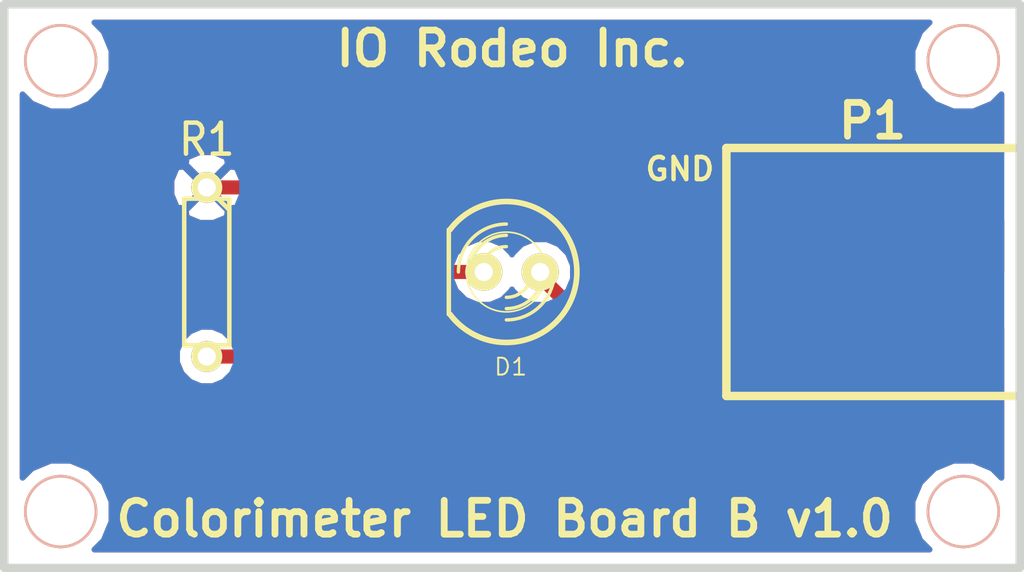
<source format=kicad_pcb>
(kicad_pcb (version 3) (host pcbnew "(2013-feb-26)-testing")

  (general
    (links 3)
    (no_connects 0)
    (area 76.009499 50.609499 122.364501 76.390501)
    (thickness 1.6002)
    (drawings 7)
    (tracks 7)
    (zones 0)
    (modules 7)
    (nets 4)
  )

  (page A4)
  (layers
    (15 Front signal)
    (0 Back signal)
    (16 B.Adhes user)
    (17 F.Adhes user)
    (18 B.Paste user)
    (19 F.Paste user)
    (20 B.SilkS user)
    (21 F.SilkS user)
    (22 B.Mask user)
    (23 F.Mask user)
    (24 Dwgs.User user)
    (25 Cmts.User user)
    (26 Eco1.User user)
    (27 Eco2.User user)
    (28 Edge.Cuts user)
  )

  (setup
    (last_trace_width 0.635)
    (trace_clearance 0.254)
    (zone_clearance 0.508)
    (zone_45_only no)
    (trace_min 0.2032)
    (segment_width 0.381)
    (edge_width 0.381)
    (via_size 0.889)
    (via_drill 0.635)
    (via_min_size 0.889)
    (via_min_drill 0.508)
    (uvia_size 0.508)
    (uvia_drill 0.127)
    (uvias_allowed no)
    (uvia_min_size 0.508)
    (uvia_min_drill 0.127)
    (pcb_text_width 0.3048)
    (pcb_text_size 1.524 2.032)
    (mod_edge_width 0.381)
    (mod_text_size 1.524 1.524)
    (mod_text_width 0.3048)
    (pad_size 1.6764 1.6764)
    (pad_drill 0.8128)
    (pad_to_mask_clearance 0.254)
    (aux_axis_origin 0 0)
    (visible_elements FFFFFFBF)
    (pcbplotparams
      (layerselection 284196865)
      (usegerberextensions true)
      (excludeedgelayer true)
      (linewidth 60)
      (plotframeref false)
      (viasonmask false)
      (mode 1)
      (useauxorigin false)
      (hpglpennumber 1)
      (hpglpenspeed 20)
      (hpglpendiameter 15)
      (hpglpenoverlay 0)
      (psnegative false)
      (psa4output false)
      (plotreference true)
      (plotvalue true)
      (plotothertext true)
      (plotinvisibletext false)
      (padsonsilk false)
      (subtractmaskfromsilk false)
      (outputformat 1)
      (mirror false)
      (drillshape 0)
      (scaleselection 1)
      (outputdirectory ../led_verC/))
  )

  (net 0 "")
  (net 1 /Blue)
  (net 2 GND)
  (net 3 N-000002)

  (net_class Default "This is the default net class."
    (clearance 0.254)
    (trace_width 0.635)
    (via_dia 0.889)
    (via_drill 0.635)
    (uvia_dia 0.508)
    (uvia_drill 0.127)
    (add_net "")
    (add_net /Blue)
    (add_net GND)
    (add_net N-000002)
  )

  (module MOUNT_HOLE_4_40 (layer Front) (tedit 4F036C65) (tstamp 4F036949)
    (at 78.74 53.34)
    (path MOUNT_HOLE_4_40)
    (fp_text reference M1 (at 0 -2.032) (layer F.SilkS) hide
      (effects (font (size 0.254 0.254) (thickness 0.0635)))
    )
    (fp_text value "" (at 0 2.54) (layer F.SilkS) hide
      (effects (font (size 0.254 0.254) (thickness 0.0635)))
    )
    (pad "" thru_hole circle (at 0 0) (size 3.302 3.302) (drill 3.048)
      (layers *.Cu *.SilkS *.Mask)
    )
  )

  (module MOUNT_HOLE_4_40 (layer Front) (tedit 4F036C5E) (tstamp 4F03694F)
    (at 78.74 73.66)
    (path MOUNT_HOLE_4_40)
    (fp_text reference M2 (at 0 -2.032) (layer F.SilkS) hide
      (effects (font (size 0.254 0.254) (thickness 0.0635)))
    )
    (fp_text value "" (at 0 -2.54) (layer F.SilkS) hide
      (effects (font (size 0.254 0.254) (thickness 0.0635)))
    )
    (pad "" thru_hole circle (at 0 0) (size 3.302 3.302) (drill 3.048)
      (layers *.Cu *.SilkS *.Mask)
    )
  )

  (module MOUNT_HOLE_4_40 (layer Front) (tedit 4F036C57) (tstamp 4F036957)
    (at 119.38 73.66)
    (path MOUNT_HOLE_4_40)
    (fp_text reference M3 (at 0 -2.032) (layer F.SilkS) hide
      (effects (font (size 0.254 0.254) (thickness 0.0635)))
    )
    (fp_text value "" (at 0 -2.54) (layer F.SilkS) hide
      (effects (font (size 0.254 0.254) (thickness 0.0635)))
    )
    (pad "" thru_hole circle (at 0 0) (size 3.302 3.302) (drill 3.048)
      (layers *.Cu *.SilkS *.Mask)
    )
  )

  (module MOUNT_HOLE_4_40 (layer Front) (tedit 4F036C4D) (tstamp 4F036960)
    (at 119.38 53.34)
    (path MOUNT_HOLE_4_40)
    (fp_text reference M4 (at 0 -2.032) (layer F.SilkS) hide
      (effects (font (size 0.254 0.254) (thickness 0.0635)))
    )
    (fp_text value "" (at 0 2.54) (layer F.SilkS) hide
      (effects (font (size 0.254 0.254) (thickness 0.0635)))
    )
    (pad "" thru_hole circle (at 0 0) (size 3.302 3.302) (drill 3.048)
      (layers *.Cu *.SilkS *.Mask)
    )
  )

  (module smt (layer Front) (tedit 516AF94B) (tstamp 4F515731)
    (at 115.316 62.865 90)
    (path /4F345F7F)
    (fp_text reference P1 (at 6.8072 -0.0254 180) (layer F.SilkS)
      (effects (font (size 1.524 1.524) (thickness 0.3048)))
    )
    (fp_text value CONN_4 (at -7.239 0.762 180) (layer F.SilkS) hide
      (effects (font (size 1.524 1.524) (thickness 0.3048)))
    )
    (fp_line (start -5.588 -6.604) (end 5.588 -6.604) (layer F.SilkS) (width 0.381))
    (fp_line (start 5.588 -6.604) (end 5.588 6.604) (layer F.SilkS) (width 0.381))
    (fp_line (start 5.588 6.604) (end -5.588 6.604) (layer F.SilkS) (width 0.381))
    (fp_line (start -5.588 6.604) (end -5.588 -6.604) (layer F.SilkS) (width 0.381))
    (pad 1 smd rect (at -3.81 -2.53492 90) (size 1.27 6.35)
      (layers Front F.Paste F.Mask)
      (net 1 /Blue)
    )
    (pad 2 smd rect (at -1.27 2.53492 90) (size 1.27 6.35)
      (layers Front F.Paste F.Mask)
    )
    (pad 3 smd rect (at 1.27 -2.53492 90) (size 1.27 6.35)
      (layers Front F.Paste F.Mask)
    )
    (pad 4 smd rect (at 3.81 2.53492 90) (size 1.27 6.35)
      (layers Front F.Paste F.Mask)
      (net 2 GND)
    )
  )

  (module LED-5MM (layer Front) (tedit 513D2C8D) (tstamp 516B0568)
    (at 99.06 62.865 180)
    (descr "LED 5mm - Lead pitch 100mil (2,54mm)")
    (tags "LED led 5mm 5MM 100mil 2,54mm")
    (path /50E61451)
    (fp_text reference D1 (at 0.06 -4.275 180) (layer F.SilkS)
      (effects (font (size 0.762 0.762) (thickness 0.0889)))
    )
    (fp_text value LED (at 0 3.81 180) (layer F.SilkS) hide
      (effects (font (size 0.762 0.762) (thickness 0.0889)))
    )
    (fp_line (start 2.8448 1.905) (end 2.8448 -1.905) (layer F.SilkS) (width 0.2032))
    (fp_circle (center 0.254 0) (end -1.016 1.27) (layer F.SilkS) (width 0.0762))
    (fp_arc (start 0.254 0) (end 2.794 1.905) (angle 286.2) (layer F.SilkS) (width 0.254))
    (fp_arc (start 0.254 0) (end -0.889 0) (angle 90) (layer F.SilkS) (width 0.1524))
    (fp_arc (start 0.254 0) (end 1.397 0) (angle 90) (layer F.SilkS) (width 0.1524))
    (fp_arc (start 0.254 0) (end -1.397 0) (angle 90) (layer F.SilkS) (width 0.1524))
    (fp_arc (start 0.254 0) (end 1.905 0) (angle 90) (layer F.SilkS) (width 0.1524))
    (fp_arc (start 0.254 0) (end -1.905 0) (angle 90) (layer F.SilkS) (width 0.1524))
    (fp_arc (start 0.254 0) (end 2.413 0) (angle 90) (layer F.SilkS) (width 0.1524))
    (pad 1 thru_hole circle (at -1.27 0 180) (size 1.6764 1.6764) (drill 0.8128)
      (layers *.Cu *.Mask F.Paste F.SilkS)
      (net 1 /Blue)
    )
    (pad 2 thru_hole circle (at 1.27 0 180) (size 1.6764 1.6764) (drill 0.8128)
      (layers *.Cu *.Mask F.Paste F.SilkS)
      (net 3 N-000002)
    )
    (model discret/leds/led5_vertical_verde.wrl
      (at (xyz 0 0 0))
      (scale (xyz 1 1 1))
      (rotate (xyz 0 0 0))
    )
  )

  (module R3 (layer Front) (tedit 516AF954) (tstamp 516B0675)
    (at 85.3186 62.865 270)
    (descr "Resitance 3 pas")
    (tags R)
    (path /4F035CCA)
    (autoplace_cost180 10)
    (fp_text reference R1 (at -5.969 0 360) (layer F.SilkS)
      (effects (font (size 1.397 1.27) (thickness 0.2032)))
    )
    (fp_text value 40 (at -0.0635 -0.16764 270) (layer F.SilkS) hide
      (effects (font (size 1.397 1.27) (thickness 0.2032)))
    )
    (fp_line (start -3.81 0) (end -3.302 0) (layer F.SilkS) (width 0.2032))
    (fp_line (start 3.81 0) (end 3.302 0) (layer F.SilkS) (width 0.2032))
    (fp_line (start 3.302 0) (end 3.302 -1.016) (layer F.SilkS) (width 0.2032))
    (fp_line (start 3.302 -1.016) (end -3.302 -1.016) (layer F.SilkS) (width 0.2032))
    (fp_line (start -3.302 -1.016) (end -3.302 1.016) (layer F.SilkS) (width 0.2032))
    (fp_line (start -3.302 1.016) (end 3.302 1.016) (layer F.SilkS) (width 0.2032))
    (fp_line (start 3.302 1.016) (end 3.302 0) (layer F.SilkS) (width 0.2032))
    (fp_line (start -3.302 -0.508) (end -2.794 -1.016) (layer F.SilkS) (width 0.2032))
    (pad 1 thru_hole circle (at -3.81 0 270) (size 1.397 1.397) (drill 0.8128)
      (layers *.Cu *.Mask F.SilkS)
      (net 2 GND)
    )
    (pad 2 thru_hole circle (at 3.81 0 270) (size 1.397 1.397) (drill 0.8128)
      (layers *.Cu *.Mask F.SilkS)
      (net 3 N-000002)
    )
    (model discret/resistor.wrl
      (at (xyz 0 0 0))
      (scale (xyz 0.3 0.3 0.3))
      (rotate (xyz 0 0 0))
    )
  )

  (gr_text GND (at 106.61904 58.22696) (layer F.SilkS)
    (effects (font (size 1.00076 1.00076) (thickness 0.20066)))
  )
  (gr_text "IO Rodeo Inc." (at 99.06 52.8) (layer F.SilkS)
    (effects (font (size 1.524 1.524) (thickness 0.3048)))
  )
  (gr_text "Colorimeter LED Board B v1.0" (at 98.7298 73.9902) (layer F.SilkS)
    (effects (font (size 1.524 1.524) (thickness 0.3048)))
  )
  (gr_line (start 76.2 50.8) (end 121.92 50.8) (angle 90) (layer Edge.Cuts) (width 0.381))
  (gr_line (start 121.92 76.2) (end 121.92 50.8) (angle 90) (layer Edge.Cuts) (width 0.381))
  (gr_line (start 76.2 76.2) (end 76.2 50.8) (angle 90) (layer Edge.Cuts) (width 0.381))
  (gr_line (start 76.2 76.2) (end 121.92 76.2) (angle 90) (layer Edge.Cuts) (width 0.381))

  (segment (start 100.33 62.865) (end 100.33 63.0682) (width 0.635) (layer Front) (net 1) (status C00000))
  (segment (start 103.9368 66.675) (end 112.78108 66.675) (width 0.635) (layer Front) (net 1) (tstamp 516B0706) (status 800000))
  (segment (start 100.33 63.0682) (end 103.9368 66.675) (width 0.635) (layer Front) (net 1) (tstamp 516B0703) (status 400000))
  (segment (start 85.3186 59.055) (end 117.85092 59.055) (width 0.635) (layer Front) (net 2) (status C00000))
  (segment (start 85.3186 66.675) (end 86.8172 66.675) (width 0.635) (layer Front) (net 3) (status 400000))
  (segment (start 90.6272 62.865) (end 97.79 62.865) (width 0.635) (layer Front) (net 3) (tstamp 516B06FC) (status 800000))
  (segment (start 86.8172 66.675) (end 90.6272 62.865) (width 0.635) (layer Front) (net 3) (tstamp 516B06F7))

  (zone (net 2) (net_name GND) (layer Front) (tstamp 516B074D) (hatch edge 0.508)
    (connect_pads (clearance 0.508))
    (min_thickness 0.254)
    (fill (arc_segments 16) (thermal_gap 0.762) (thermal_bridge_width 0.381))
    (polygon
      (pts
        (xy 121.285 75.565) (xy 76.835 75.565) (xy 76.835 51.435) (xy 121.285 51.435)
      )
    )
    (filled_polygon
      (pts
        (xy 121.0945 72.141778) (xy 120.676605 71.723154) (xy 119.836708 71.374398) (xy 118.927281 71.373604) (xy 118.086777 71.720894)
        (xy 117.443154 72.363395) (xy 117.094398 73.203292) (xy 117.093604 74.112719) (xy 117.440894 74.953223) (xy 117.861436 75.3745)
        (xy 80.258221 75.3745) (xy 80.676846 74.956605) (xy 81.025602 74.116708) (xy 81.026396 73.207281) (xy 80.679106 72.366777)
        (xy 80.036605 71.723154) (xy 79.196708 71.374398) (xy 78.287281 71.373604) (xy 77.446777 71.720894) (xy 77.0255 72.141436)
        (xy 77.0255 54.858221) (xy 77.443395 55.276846) (xy 78.283292 55.625602) (xy 79.192719 55.626396) (xy 80.033223 55.279106)
        (xy 80.676846 54.636605) (xy 81.025602 53.796708) (xy 81.026396 52.887281) (xy 80.679106 52.046777) (xy 80.258563 51.6255)
        (xy 117.861778 51.6255) (xy 117.443154 52.043395) (xy 117.094398 52.883292) (xy 117.093604 53.792719) (xy 117.440894 54.633223)
        (xy 118.083395 55.276846) (xy 118.923292 55.625602) (xy 119.832719 55.626396) (xy 120.673223 55.279106) (xy 121.0945 54.858563)
        (xy 121.0945 57.53106) (xy 120.849863 57.530847) (xy 118.13667 57.531) (xy 117.91442 57.75325) (xy 117.91442 58.9915)
        (xy 117.93442 58.9915) (xy 117.93442 59.1185) (xy 117.91442 59.1185) (xy 117.91442 60.35675) (xy 118.13667 60.579)
        (xy 120.849863 60.579153) (xy 121.0945 60.578939) (xy 121.0945 62.86506) (xy 120.900165 62.86489) (xy 116.082367 62.86489)
        (xy 116.315309 62.768641) (xy 116.494093 62.590168) (xy 116.590969 62.356864) (xy 116.59119 62.104245) (xy 116.59119 60.834245)
        (xy 116.494721 60.600771) (xy 116.473049 60.579061) (xy 117.56517 60.579) (xy 117.78742 60.35675) (xy 117.78742 59.1185)
        (xy 117.78742 58.9915) (xy 117.78742 57.75325) (xy 117.56517 57.531) (xy 114.851977 57.530847) (xy 114.498311 57.531156)
        (xy 114.171685 57.666783) (xy 113.921824 57.91708) (xy 113.786767 58.243943) (xy 113.78692 58.76925) (xy 114.00917 58.9915)
        (xy 117.78742 58.9915) (xy 117.78742 59.1185) (xy 114.00917 59.1185) (xy 113.78692 59.34075) (xy 113.786767 59.866057)
        (xy 113.921824 60.19292) (xy 114.053564 60.32489) (xy 109.480325 60.32489) (xy 109.246851 60.421359) (xy 109.068067 60.599832)
        (xy 108.971191 60.833136) (xy 108.97097 61.085755) (xy 108.97097 62.355755) (xy 109.067439 62.589229) (xy 109.245912 62.768013)
        (xy 109.479216 62.864889) (xy 109.731835 62.86511) (xy 114.549632 62.86511) (xy 114.316691 62.961359) (xy 114.137907 63.139832)
        (xy 114.041031 63.373136) (xy 114.04081 63.625755) (xy 114.04081 64.895755) (xy 114.137279 65.129229) (xy 114.315752 65.308013)
        (xy 114.549056 65.404889) (xy 114.550199 65.40489) (xy 109.480325 65.40489) (xy 109.246851 65.501359) (xy 109.068067 65.679832)
        (xy 109.050349 65.7225) (xy 104.331338 65.7225) (xy 101.792737 63.183899) (xy 101.802943 63.159323) (xy 101.803454 62.573248)
        (xy 101.579646 62.03159) (xy 101.16559 61.616811) (xy 100.624323 61.392057) (xy 100.038248 61.391546) (xy 99.49659 61.615354)
        (xy 99.081811 62.02941) (xy 99.060224 62.081394) (xy 99.039646 62.03159) (xy 98.62559 61.616811) (xy 98.084323 61.392057)
        (xy 97.498248 61.391546) (xy 96.95659 61.615354) (xy 96.658925 61.9125) (xy 90.6272 61.9125) (xy 90.262694 61.985005)
        (xy 89.95368 62.191481) (xy 86.906106 65.239055) (xy 86.906106 58.739272) (xy 86.664441 58.155793) (xy 86.66439 58.155716)
        (xy 86.349848 58.113554) (xy 86.260046 58.203356) (xy 86.260046 58.023752) (xy 86.217884 57.70921) (xy 85.634418 57.467511)
        (xy 85.002872 57.467494) (xy 84.419393 57.709159) (xy 84.419316 57.70921) (xy 84.377154 58.023752) (xy 85.3186 58.965197)
        (xy 86.260046 58.023752) (xy 86.260046 58.203356) (xy 85.408403 59.055) (xy 86.349848 59.996446) (xy 86.66439 59.954284)
        (xy 86.906089 59.370818) (xy 86.906106 58.739272) (xy 86.906106 65.239055) (xy 86.422661 65.7225) (xy 86.260046 65.7225)
        (xy 86.260046 60.086248) (xy 85.3186 59.144803) (xy 85.228797 59.234605) (xy 85.228797 59.055) (xy 84.287352 58.113554)
        (xy 83.97281 58.155716) (xy 83.731111 58.739182) (xy 83.731094 59.370728) (xy 83.972759 59.954207) (xy 83.97281 59.954284)
        (xy 84.287352 59.996446) (xy 85.228797 59.055) (xy 85.228797 59.234605) (xy 84.377154 60.086248) (xy 84.419316 60.40079)
        (xy 85.002782 60.642489) (xy 85.634328 60.642506) (xy 86.217807 60.400841) (xy 86.217884 60.40079) (xy 86.260046 60.086248)
        (xy 86.260046 65.7225) (xy 86.25197 65.7225) (xy 86.074953 65.545174) (xy 85.585013 65.341733) (xy 85.054514 65.34127)
        (xy 84.56422 65.543855) (xy 84.188774 65.918647) (xy 83.985333 66.408587) (xy 83.98487 66.939086) (xy 84.187455 67.42938)
        (xy 84.562247 67.804826) (xy 85.052187 68.008267) (xy 85.582686 68.00873) (xy 86.07298 67.806145) (xy 86.251936 67.6275)
        (xy 86.8172 67.6275) (xy 87.181706 67.554995) (xy 87.490719 67.348519) (xy 91.021738 63.8175) (xy 96.659236 63.8175)
        (xy 96.95441 64.113189) (xy 97.495677 64.337943) (xy 98.081752 64.338454) (xy 98.62341 64.114646) (xy 99.038189 63.70059)
        (xy 99.059775 63.648605) (xy 99.080354 63.69841) (xy 99.49441 64.113189) (xy 100.035677 64.337943) (xy 100.252894 64.338132)
        (xy 103.26328 67.348519) (xy 103.263281 67.348519) (xy 103.572294 67.554995) (xy 103.9368 67.6275) (xy 109.050197 67.6275)
        (xy 109.067439 67.669229) (xy 109.245912 67.848013) (xy 109.479216 67.944889) (xy 109.731835 67.94511) (xy 116.081835 67.94511)
        (xy 116.315309 67.848641) (xy 116.494093 67.670168) (xy 116.590969 67.436864) (xy 116.59119 67.184245) (xy 116.59119 65.914245)
        (xy 116.494721 65.680771) (xy 116.316248 65.501987) (xy 116.082944 65.405111) (xy 116.0818 65.40511) (xy 121.0945 65.40511)
        (xy 121.0945 72.141778)
      )
    )
  )
  (zone (net 2) (net_name GND) (layer Back) (tstamp 516B076C) (hatch edge 0.508)
    (connect_pads (clearance 0.508))
    (min_thickness 0.254)
    (fill (arc_segments 16) (thermal_gap 0.762) (thermal_bridge_width 0.381))
    (polygon
      (pts
        (xy 121.285 75.565) (xy 76.835 75.565) (xy 76.835 51.435) (xy 121.285 51.435)
      )
    )
    (filled_polygon
      (pts
        (xy 121.0945 72.141778) (xy 120.676605 71.723154) (xy 119.836708 71.374398) (xy 118.927281 71.373604) (xy 118.086777 71.720894)
        (xy 117.443154 72.363395) (xy 117.094398 73.203292) (xy 117.093604 74.112719) (xy 117.440894 74.953223) (xy 117.861436 75.3745)
        (xy 101.803454 75.3745) (xy 101.803454 62.573248) (xy 101.579646 62.03159) (xy 101.16559 61.616811) (xy 100.624323 61.392057)
        (xy 100.038248 61.391546) (xy 99.49659 61.615354) (xy 99.081811 62.02941) (xy 99.060224 62.081394) (xy 99.039646 62.03159)
        (xy 98.62559 61.616811) (xy 98.084323 61.392057) (xy 97.498248 61.391546) (xy 96.95659 61.615354) (xy 96.541811 62.02941)
        (xy 96.317057 62.570677) (xy 96.316546 63.156752) (xy 96.540354 63.69841) (xy 96.95441 64.113189) (xy 97.495677 64.337943)
        (xy 98.081752 64.338454) (xy 98.62341 64.114646) (xy 99.038189 63.70059) (xy 99.059775 63.648605) (xy 99.080354 63.69841)
        (xy 99.49441 64.113189) (xy 100.035677 64.337943) (xy 100.621752 64.338454) (xy 101.16341 64.114646) (xy 101.578189 63.70059)
        (xy 101.802943 63.159323) (xy 101.803454 62.573248) (xy 101.803454 75.3745) (xy 86.906106 75.3745) (xy 86.906106 58.739272)
        (xy 86.664441 58.155793) (xy 86.66439 58.155716) (xy 86.349848 58.113554) (xy 86.260046 58.203356) (xy 86.260046 58.023752)
        (xy 86.217884 57.70921) (xy 85.634418 57.467511) (xy 85.002872 57.467494) (xy 84.419393 57.709159) (xy 84.419316 57.70921)
        (xy 84.377154 58.023752) (xy 85.3186 58.965197) (xy 86.260046 58.023752) (xy 86.260046 58.203356) (xy 85.408403 59.055)
        (xy 86.349848 59.996446) (xy 86.66439 59.954284) (xy 86.906089 59.370818) (xy 86.906106 58.739272) (xy 86.906106 75.3745)
        (xy 86.65233 75.3745) (xy 86.65233 66.410914) (xy 86.449745 65.92062) (xy 86.260046 65.730589) (xy 86.260046 60.086248)
        (xy 85.3186 59.144803) (xy 85.228797 59.234605) (xy 85.228797 59.055) (xy 84.287352 58.113554) (xy 83.97281 58.155716)
        (xy 83.731111 58.739182) (xy 83.731094 59.370728) (xy 83.972759 59.954207) (xy 83.97281 59.954284) (xy 84.287352 59.996446)
        (xy 85.228797 59.055) (xy 85.228797 59.234605) (xy 84.377154 60.086248) (xy 84.419316 60.40079) (xy 85.002782 60.642489)
        (xy 85.634328 60.642506) (xy 86.217807 60.400841) (xy 86.217884 60.40079) (xy 86.260046 60.086248) (xy 86.260046 65.730589)
        (xy 86.074953 65.545174) (xy 85.585013 65.341733) (xy 85.054514 65.34127) (xy 84.56422 65.543855) (xy 84.188774 65.918647)
        (xy 83.985333 66.408587) (xy 83.98487 66.939086) (xy 84.187455 67.42938) (xy 84.562247 67.804826) (xy 85.052187 68.008267)
        (xy 85.582686 68.00873) (xy 86.07298 67.806145) (xy 86.448426 67.431353) (xy 86.651867 66.941413) (xy 86.65233 66.410914)
        (xy 86.65233 75.3745) (xy 80.258221 75.3745) (xy 80.676846 74.956605) (xy 81.025602 74.116708) (xy 81.026396 73.207281)
        (xy 80.679106 72.366777) (xy 80.036605 71.723154) (xy 79.196708 71.374398) (xy 78.287281 71.373604) (xy 77.446777 71.720894)
        (xy 77.0255 72.141436) (xy 77.0255 54.858221) (xy 77.443395 55.276846) (xy 78.283292 55.625602) (xy 79.192719 55.626396)
        (xy 80.033223 55.279106) (xy 80.676846 54.636605) (xy 81.025602 53.796708) (xy 81.026396 52.887281) (xy 80.679106 52.046777)
        (xy 80.258563 51.6255) (xy 117.861778 51.6255) (xy 117.443154 52.043395) (xy 117.094398 52.883292) (xy 117.093604 53.792719)
        (xy 117.440894 54.633223) (xy 118.083395 55.276846) (xy 118.923292 55.625602) (xy 119.832719 55.626396) (xy 120.673223 55.279106)
        (xy 121.0945 54.858563) (xy 121.0945 72.141778)
      )
    )
  )
)

</source>
